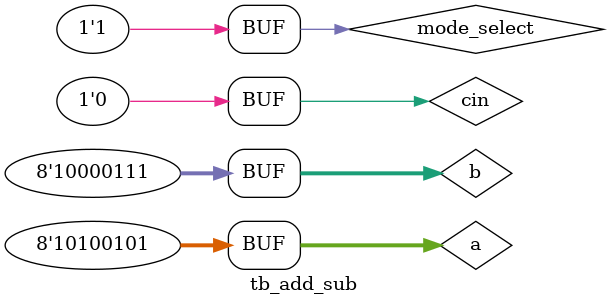
<source format=v>
`timescale 1ns / 1ps


module tb_add_sub ();

    reg  [7:0] a;
    reg  [7:0] b;
    reg        cin;
    reg        mode_select;
    wire [7:0] sum;
    wire       carry;

    add_sub dut (
        .a(a),
        .b(b),
        .cin(cin),
        .mode_select(mode_select),
        .sum(sum),
        .carry(carry)
    );

    initial begin
        #5 a = 8'b10100101;
         b = 8'b10000111;
        cin = 0;
        mode_select = 1;
    end
endmodule

</source>
